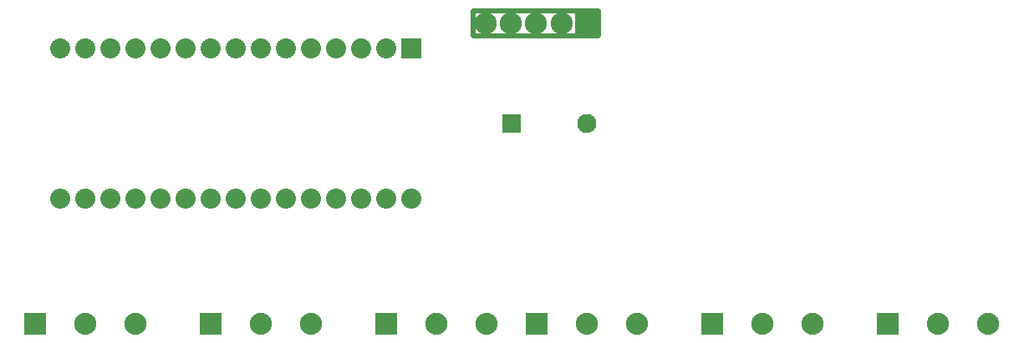
<source format=gts>
G04 MADE WITH FRITZING*
G04 WWW.FRITZING.ORG*
G04 DOUBLE SIDED*
G04 HOLES PLATED*
G04 CONTOUR ON CENTER OF CONTOUR VECTOR*
%ASAXBY*%
%FSLAX23Y23*%
%MOIN*%
%OFA0B0*%
%SFA1.0B1.0*%
%ADD10C,0.080000*%
%ADD11C,0.088000*%
%ADD12C,0.076000*%
%ADD13C,0.075000*%
%ADD14R,0.080000X0.079972*%
%ADD15R,0.088000X0.088000*%
%ADD16C,0.020000*%
%ADD17C,0.015000*%
%ADD18R,0.001000X0.001000*%
%LNMASK1*%
G90*
G70*
G54D10*
X1638Y1242D03*
X1538Y1242D03*
X1438Y1242D03*
X1338Y1242D03*
X1238Y1242D03*
X1138Y1242D03*
X1038Y1242D03*
X938Y1242D03*
X838Y1242D03*
X738Y1242D03*
X638Y1242D03*
X538Y1242D03*
X438Y1242D03*
X338Y1242D03*
X238Y1242D03*
X1638Y642D03*
X1538Y642D03*
X1438Y642D03*
X1338Y642D03*
X1238Y642D03*
X1138Y642D03*
X1038Y642D03*
X938Y642D03*
X838Y642D03*
X738Y642D03*
X638Y642D03*
X538Y642D03*
X438Y642D03*
X338Y642D03*
X238Y642D03*
G54D11*
X838Y142D03*
X1038Y142D03*
X1238Y142D03*
X1538Y142D03*
X1738Y142D03*
X1938Y142D03*
X2138Y142D03*
X2338Y142D03*
X2538Y142D03*
X2838Y142D03*
X3038Y142D03*
X3238Y142D03*
X3538Y142D03*
X3738Y142D03*
X3938Y142D03*
X138Y142D03*
X338Y142D03*
X538Y142D03*
X2335Y1342D03*
X2135Y1342D03*
X1935Y1342D03*
X2034Y1342D03*
X2238Y1342D03*
G54D12*
X2338Y942D03*
G54D13*
X2038Y942D03*
G54D12*
X2338Y942D03*
G54D13*
X2038Y942D03*
G54D12*
X2338Y942D03*
G54D13*
X2038Y942D03*
G54D14*
X1638Y1242D03*
G54D15*
X838Y142D03*
X1538Y142D03*
X2138Y142D03*
X2838Y142D03*
X3538Y142D03*
X138Y142D03*
X2335Y1342D03*
G54D16*
X2385Y1392D02*
X1885Y1392D01*
D02*
X1885Y1392D02*
X1885Y1292D01*
D02*
X1885Y1292D02*
X2385Y1292D01*
D02*
X2385Y1292D02*
X2385Y1392D01*
G54D17*
D02*
X2350Y1392D02*
X2385Y1357D01*
G54D18*
X2000Y979D02*
X2074Y979D01*
X2000Y978D02*
X2074Y978D01*
X2000Y977D02*
X2074Y977D01*
X2000Y976D02*
X2074Y976D01*
X2000Y975D02*
X2074Y975D01*
X2000Y974D02*
X2074Y974D01*
X2000Y973D02*
X2074Y973D01*
X2000Y972D02*
X2074Y972D01*
X2000Y971D02*
X2074Y971D01*
X2000Y970D02*
X2074Y970D01*
X2000Y969D02*
X2074Y969D01*
X2000Y968D02*
X2074Y968D01*
X2000Y967D02*
X2074Y967D01*
X2000Y966D02*
X2074Y966D01*
X2000Y965D02*
X2074Y965D01*
X2000Y964D02*
X2074Y964D01*
X2000Y963D02*
X2074Y963D01*
X2000Y962D02*
X2074Y962D01*
X2000Y961D02*
X2074Y961D01*
X2000Y960D02*
X2074Y960D01*
X2000Y959D02*
X2074Y959D01*
X2000Y958D02*
X2074Y958D01*
X2000Y957D02*
X2074Y957D01*
X2000Y956D02*
X2031Y956D01*
X2043Y956D02*
X2074Y956D01*
X2000Y955D02*
X2029Y955D01*
X2045Y955D02*
X2074Y955D01*
X2000Y954D02*
X2028Y954D01*
X2047Y954D02*
X2074Y954D01*
X2000Y953D02*
X2027Y953D01*
X2048Y953D02*
X2074Y953D01*
X2000Y952D02*
X2026Y952D01*
X2049Y952D02*
X2074Y952D01*
X2000Y951D02*
X2025Y951D01*
X2050Y951D02*
X2074Y951D01*
X2000Y950D02*
X2024Y950D01*
X2050Y950D02*
X2074Y950D01*
X2000Y949D02*
X2024Y949D01*
X2051Y949D02*
X2074Y949D01*
X2000Y948D02*
X2023Y948D01*
X2052Y948D02*
X2074Y948D01*
X2000Y947D02*
X2023Y947D01*
X2052Y947D02*
X2074Y947D01*
X2000Y946D02*
X2022Y946D01*
X2052Y946D02*
X2074Y946D01*
X2000Y945D02*
X2022Y945D01*
X2053Y945D02*
X2074Y945D01*
X2000Y944D02*
X2022Y944D01*
X2053Y944D02*
X2074Y944D01*
X2000Y943D02*
X2022Y943D01*
X2053Y943D02*
X2074Y943D01*
X2000Y942D02*
X2022Y942D01*
X2053Y942D02*
X2074Y942D01*
X2000Y941D02*
X2022Y941D01*
X2053Y941D02*
X2074Y941D01*
X2000Y940D02*
X2022Y940D01*
X2053Y940D02*
X2074Y940D01*
X2000Y939D02*
X2022Y939D01*
X2053Y939D02*
X2074Y939D01*
X2000Y938D02*
X2022Y938D01*
X2052Y938D02*
X2074Y938D01*
X2000Y937D02*
X2023Y937D01*
X2052Y937D02*
X2074Y937D01*
X2000Y936D02*
X2023Y936D01*
X2052Y936D02*
X2074Y936D01*
X2000Y935D02*
X2023Y935D01*
X2051Y935D02*
X2074Y935D01*
X2000Y934D02*
X2024Y934D01*
X2051Y934D02*
X2074Y934D01*
X2000Y933D02*
X2025Y933D01*
X2050Y933D02*
X2074Y933D01*
X2000Y932D02*
X2026Y932D01*
X2049Y932D02*
X2074Y932D01*
X2000Y931D02*
X2027Y931D01*
X2048Y931D02*
X2074Y931D01*
X2000Y930D02*
X2028Y930D01*
X2047Y930D02*
X2074Y930D01*
X2000Y929D02*
X2029Y929D01*
X2045Y929D02*
X2074Y929D01*
X2000Y928D02*
X2031Y928D01*
X2043Y928D02*
X2074Y928D01*
X2000Y927D02*
X2036Y927D01*
X2038Y927D02*
X2074Y927D01*
X2000Y926D02*
X2074Y926D01*
X2000Y925D02*
X2074Y925D01*
X2000Y924D02*
X2074Y924D01*
X2000Y923D02*
X2074Y923D01*
X2000Y922D02*
X2074Y922D01*
X2000Y921D02*
X2074Y921D01*
X2000Y920D02*
X2074Y920D01*
X2000Y919D02*
X2074Y919D01*
X2000Y918D02*
X2074Y918D01*
X2000Y917D02*
X2074Y917D01*
X2000Y916D02*
X2074Y916D01*
X2000Y915D02*
X2074Y915D01*
X2000Y914D02*
X2074Y914D01*
X2000Y913D02*
X2074Y913D01*
X2000Y912D02*
X2074Y912D01*
X2000Y911D02*
X2074Y911D01*
X2000Y910D02*
X2074Y910D01*
X2000Y909D02*
X2074Y909D01*
X2000Y908D02*
X2074Y908D01*
X2000Y907D02*
X2074Y907D01*
X2000Y906D02*
X2074Y906D01*
X2000Y905D02*
X2074Y905D01*
D02*
G04 End of Mask1*
M02*
</source>
